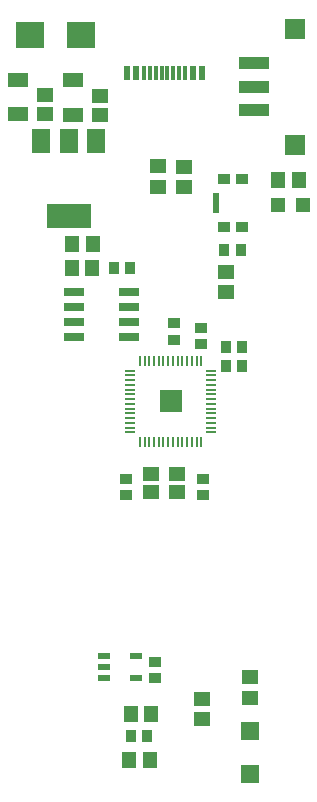
<source format=gtp>
G04*
G04 #@! TF.GenerationSoftware,Altium Limited,Altium Designer,21.8.1 (53)*
G04*
G04 Layer_Color=8421504*
%FSLAX23Y23*%
%MOIN*%
G70*
G04*
G04 #@! TF.SameCoordinates,9A98099C-E915-48DC-B274-BBC1B63A1E23*
G04*
G04*
G04 #@! TF.FilePolarity,Positive*
G04*
G01*
G75*
%ADD15R,0.067X0.067*%
%ADD16R,0.100X0.039*%
%ADD17R,0.070X0.028*%
%ADD18R,0.071X0.051*%
%ADD19R,0.045X0.053*%
%ADD20R,0.047X0.047*%
%ADD21R,0.053X0.045*%
%ADD22R,0.063X0.059*%
%ADD23R,0.024X0.045*%
%ADD24R,0.012X0.045*%
G04:AMPARAMS|DCode=25|XSize=8mil|YSize=33mil|CornerRadius=1mil|HoleSize=0mil|Usage=FLASHONLY|Rotation=0.000|XOffset=0mil|YOffset=0mil|HoleType=Round|Shape=RoundedRectangle|*
%AMROUNDEDRECTD25*
21,1,0.008,0.031,0,0,0.0*
21,1,0.006,0.033,0,0,0.0*
1,1,0.002,0.003,-0.016*
1,1,0.002,-0.003,-0.016*
1,1,0.002,-0.003,0.016*
1,1,0.002,0.003,0.016*
%
%ADD25ROUNDEDRECTD25*%
G04:AMPARAMS|DCode=26|XSize=33mil|YSize=8mil|CornerRadius=1mil|HoleSize=0mil|Usage=FLASHONLY|Rotation=0.000|XOffset=0mil|YOffset=0mil|HoleType=Round|Shape=RoundedRectangle|*
%AMROUNDEDRECTD26*
21,1,0.033,0.006,0,0,0.0*
21,1,0.031,0.008,0,0,0.0*
1,1,0.002,0.016,-0.003*
1,1,0.002,-0.016,-0.003*
1,1,0.002,-0.016,0.003*
1,1,0.002,0.016,0.003*
%
%ADD26ROUNDEDRECTD26*%
%ADD27R,0.077X0.077*%
%ADD28R,0.035X0.039*%
%ADD29R,0.039X0.035*%
%ADD30R,0.022X0.067*%
%ADD31R,0.039X0.035*%
%ADD32R,0.039X0.024*%
%ADD33R,0.096X0.085*%
%ADD34R,0.059X0.079*%
%ADD35R,0.150X0.079*%
%ADD36R,0.055X0.051*%
%ADD37R,0.055X0.047*%
D15*
X1003Y-98D02*
D03*
Y-484D02*
D03*
D16*
X866Y-370D02*
D03*
Y-291D02*
D03*
Y-212D02*
D03*
D17*
X450Y-976D02*
D03*
Y-1026D02*
D03*
Y-1076D02*
D03*
Y-1126D02*
D03*
X266D02*
D03*
Y-1076D02*
D03*
Y-1026D02*
D03*
Y-976D02*
D03*
D18*
X80Y-267D02*
D03*
Y-381D02*
D03*
X261Y-384D02*
D03*
Y-270D02*
D03*
D19*
X259Y-894D02*
D03*
X327D02*
D03*
X1015Y-603D02*
D03*
X947D02*
D03*
X328Y-815D02*
D03*
X260D02*
D03*
X450Y-2534D02*
D03*
X519D02*
D03*
X455Y-2383D02*
D03*
X524D02*
D03*
D20*
X947Y-685D02*
D03*
X1029D02*
D03*
D21*
X852Y-2258D02*
D03*
Y-2327D02*
D03*
X694Y-2332D02*
D03*
Y-2400D02*
D03*
X631Y-626D02*
D03*
Y-558D02*
D03*
X546Y-625D02*
D03*
Y-556D02*
D03*
X774Y-908D02*
D03*
Y-976D02*
D03*
D22*
X853Y-2582D02*
D03*
Y-2440D02*
D03*
D23*
X694Y-245D02*
D03*
X442D02*
D03*
X662D02*
D03*
X473D02*
D03*
D24*
X558D02*
D03*
X577D02*
D03*
X538D02*
D03*
X518D02*
D03*
X499D02*
D03*
X597D02*
D03*
X617D02*
D03*
X636D02*
D03*
D25*
X486Y-1475D02*
D03*
X501D02*
D03*
X517D02*
D03*
X533D02*
D03*
X549D02*
D03*
X564D02*
D03*
X580D02*
D03*
X596D02*
D03*
X612D02*
D03*
X627D02*
D03*
X643D02*
D03*
X659D02*
D03*
X675D02*
D03*
X690D02*
D03*
Y-1205D02*
D03*
X675D02*
D03*
X659D02*
D03*
X643D02*
D03*
X627D02*
D03*
X612D02*
D03*
X596D02*
D03*
X580D02*
D03*
X564D02*
D03*
X549D02*
D03*
X533D02*
D03*
X517D02*
D03*
X501D02*
D03*
X486D02*
D03*
D26*
X453Y-1238D02*
D03*
Y-1253D02*
D03*
Y-1269D02*
D03*
Y-1285D02*
D03*
Y-1301D02*
D03*
Y-1316D02*
D03*
Y-1332D02*
D03*
Y-1348D02*
D03*
Y-1364D02*
D03*
Y-1379D02*
D03*
Y-1395D02*
D03*
Y-1411D02*
D03*
Y-1427D02*
D03*
Y-1442D02*
D03*
X723D02*
D03*
Y-1427D02*
D03*
Y-1411D02*
D03*
Y-1395D02*
D03*
Y-1379D02*
D03*
Y-1364D02*
D03*
Y-1348D02*
D03*
Y-1332D02*
D03*
Y-1316D02*
D03*
Y-1301D02*
D03*
Y-1285D02*
D03*
Y-1269D02*
D03*
Y-1253D02*
D03*
Y-1238D02*
D03*
D27*
X588Y-1340D02*
D03*
D28*
X399Y-894D02*
D03*
X453D02*
D03*
X767Y-834D02*
D03*
X821D02*
D03*
X510Y-2454D02*
D03*
X456D02*
D03*
X826Y-1160D02*
D03*
X772D02*
D03*
X826Y-1221D02*
D03*
X773D02*
D03*
D29*
X765Y-598D02*
D03*
X827D02*
D03*
Y-760D02*
D03*
X765D02*
D03*
D30*
X740Y-679D02*
D03*
D31*
X537Y-2263D02*
D03*
Y-2210D02*
D03*
X690Y-1094D02*
D03*
Y-1147D02*
D03*
X600Y-1080D02*
D03*
Y-1134D02*
D03*
X695Y-1652D02*
D03*
Y-1598D02*
D03*
X440Y-1653D02*
D03*
Y-1600D02*
D03*
D32*
X366Y-2188D02*
D03*
Y-2226D02*
D03*
Y-2263D02*
D03*
X472D02*
D03*
Y-2188D02*
D03*
D33*
X119Y-117D02*
D03*
X289D02*
D03*
D34*
X339Y-473D02*
D03*
X248D02*
D03*
X157D02*
D03*
D35*
X248Y-721D02*
D03*
D36*
X169Y-382D02*
D03*
Y-319D02*
D03*
X352Y-385D02*
D03*
Y-323D02*
D03*
D37*
X610Y-1581D02*
D03*
Y-1643D02*
D03*
X524Y-1581D02*
D03*
Y-1643D02*
D03*
M02*

</source>
